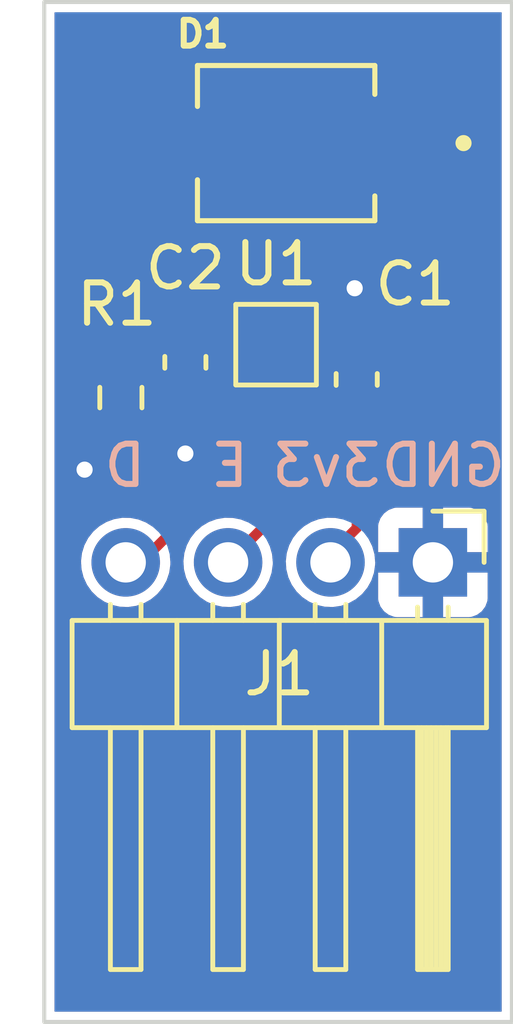
<source format=kicad_pcb>
(kicad_pcb (version 20211014) (generator pcbnew)
  (layers (0 "F.Cu" signal) (31 "B.Cu" signal) (34 "B.Paste" user) (35 "F.Paste" user) (36 "B.SilkS" user "B.Silkscreen") (37 "F.SilkS" user "F.Silkscreen") (38 "B.Mask" user) (39 "F.Mask" user) (44 "Edge.Cuts" user))
  (net 0 "")
  (net 1 "+3V3")
  (net 2 "Net-(C2-Pad1)")
  (net 3 "Net-(D1-PadA)")
  (net 4 "Net-(D1-PadC)")
  (net 5 "Net-(R1-Pad2)")
  (net 6 "AVSS1")
  (net 7 "Net-(J1-Pad3)")
  (net 8 "Net-(J1-Pad4)")
  (footprint "Library:TS4231 WLCSP9" (layer "F.Cu") (at 94.75 83.5)
    (fp_text reference "U1" (at 0 -2 unlocked) (layer "F.SilkS"))
    (fp_text value "TS4231")
    (fp_line (start -1 -1) (end 1 -1) (layer "F.SilkS") (width 0.12))
    (fp_line (start 1 1) (end -1 1) (layer "F.SilkS") (width 0.12))
    (fp_line (start 1 -1) (end 1 1) (layer "F.SilkS") (width 0.12))
    (fp_line (start -1 1) (end -1 -1) (layer "F.SilkS") (width 0.12))
    (pad "A1" smd circle (at -0.5 -0.5) (size 0.262 0.262) (layers "F.Cu" "F.Paste" "F.Mask") (net 2 "Net-(C2-Pad1)"))
    (pad "A2" smd circle (at 0 -0.5) (size 0.262 0.262) (layers "F.Cu" "F.Paste" "F.Mask") (net 3 "Net-(D1-PadA)"))
    (pad "A3" smd circle (at 0.5 -0.5) (size 0.262 0.262) (layers "F.Cu" "F.Paste" "F.Mask") (net 4 "Net-(D1-PadC)"))
    (pad "B1" smd circle (at -0.5 0) (size 0.262 0.262) (layers "F.Cu" "F.Paste" "F.Mask") (net 5 "Net-(R1-Pad2)"))
    (pad "B2" smd circle (at 0 0) (size 0.262 0.262) (layers "F.Cu" "F.Paste" "F.Mask") (net 6 "AVSS1"))
    (pad "B3" smd circle (at 0.5 0) (size 0.262 0.262) (layers "F.Cu" "F.Paste" "F.Mask") (net 6 "AVSS1"))
    (pad "C1" smd circle (at -0.5 0.5) (size 0.262 0.262) (layers "F.Cu" "F.Paste" "F.Mask") (net 8 "Net-(J1-Pad4)"))
    (pad "C2" smd circle (at 0 0.5) (size 0.262 0.262) (layers "F.Cu" "F.Paste" "F.Mask") (net 7 "Net-(J1-Pad3)"))
    (pad "C3" smd circle (at 0.5 0.5) (size 0.262 0.262) (layers "F.Cu" "F.Paste" "F.Mask") (net 1 "+3V3"))
  )
  (footprint "Library:DIO_BPW_34_S-Z" (layer "F.Cu") (at 95 78.5)
    (fp_text reference "D1" (at -2.068 -2.7064) (layer "F.SilkS") (effects (font (size 0.64 0.64))))
    (fp_text value "BPW_34_S-Z")
    (fp_line (start -2.2 1.925) (end 2.2 1.925) (layer "F.SilkS") (width 0.127))
    (fp_line (start 2.2 -1.925) (end 2.2 -1.21) (layer "F.SilkS") (width 0.127))
    (fp_line (start -2.2 0.91) (end -2.2 1.925) (layer "F.SilkS") (width 0.127))
    (fp_line (start -2.2 -1.925) (end 2.2 -1.925) (layer "F.SilkS") (width 0.127))
    (fp_line (start -2.2 -0.91) (end -2.2 -1.925) (layer "F.SilkS") (width 0.127))
    (fp_line (start 2.2 1.925) (end 2.2 1.31) (layer "F.SilkS") (width 0.127))
    (fp_circle (center 4.4 0) (end 4.5 0) (layer "F.SilkS") (width 0.2) (fill none))
    (pad "A" smd rect (at -3.05 0 90) (size 1.2 1.4) (layers "F.Cu") (net 3 "Net-(D1-PadA)"))
    (pad "C" smd rect (at 3.05 0 90) (size 2 1.4) (layers "F.Cu") (net 4 "Net-(D1-PadC)"))
  )
  (footprint "Resistor_SMD:R_0603_1608Metric_Pad0.98x0.95mm_HandSolder" (layer "F.Cu") (at 90.9 84.8125 90)
    (fp_text reference "R1" (at 2.3125 -0.1 180) (layer "F.SilkS"))
    (fp_text value "15k")
    (fp_line (start -0.254724 0.5225) (end 0.254724 0.5225) (layer "F.SilkS") (width 0.12))
    (fp_line (start -0.254724 -0.5225) (end 0.254724 -0.5225) (layer "F.SilkS") (width 0.12))
    (pad "1" smd roundrect locked (at -0.9125 0 90) (size 0.975 0.95) (layers "F.Cu" "F.Paste" "F.Mask") (net 6 "AVSS1"))
    (pad "2" smd roundrect locked (at 0.9125 0 90) (size 0.975 0.95) (layers "F.Cu" "F.Paste" "F.Mask") (net 5 "Net-(R1-Pad2)"))
  )
  (footprint "Capacitor_SMD:C_0603_1608Metric_Pad1.08x0.95mm_HandSolder" (layer "F.Cu") (at 92.5 83.9375 -90)
    (fp_text reference "C2" (at -2.3375 0 180) (layer "F.SilkS"))
    (fp_text value "1u")
    (fp_line (start -0.146267 -0.51) (end 0.146267 -0.51) (layer "F.SilkS") (width 0.12))
    (fp_line (start -0.146267 0.51) (end 0.146267 0.51) (layer "F.SilkS") (width 0.12))
    (pad "1" smd roundrect locked (at -0.8625 0 270) (size 1.075 0.95) (layers "F.Cu" "F.Paste" "F.Mask") (net 2 "Net-(C2-Pad1)"))
    (pad "2" smd roundrect locked (at 0.8625 0 270) (size 1.075 0.95) (layers "F.Cu" "F.Paste" "F.Mask") (net 6 "AVSS1"))
  )
  (footprint "Capacitor_SMD:C_0603_1608Metric_Pad1.08x0.95mm_HandSolder" (layer "F.Cu") (at 96.75 84.3625 90)
    (fp_text reference "C1" (at 2.3625 1.45 180) (layer "F.SilkS"))
    (fp_text value "100n")
    (fp_line (start -0.146267 -0.51) (end 0.146267 -0.51) (layer "F.SilkS") (width 0.12))
    (fp_line (start -0.146267 0.51) (end 0.146267 0.51) (layer "F.SilkS") (width 0.12))
    (pad "1" smd roundrect locked (at -0.8625 0 90) (size 1.075 0.95) (layers "F.Cu" "F.Paste" "F.Mask") (net 1 "+3V3"))
    (pad "2" smd roundrect locked (at 0.8625 0 90) (size 1.075 0.95) (layers "F.Cu" "F.Paste" "F.Mask") (net 6 "AVSS1"))
  )
  (footprint "Connector_PinHeader_2.54mm:PinHeader_1x04_P2.54mm_Horizontal" (layer "F.Cu") (at 98.64 88.9 -90)
    (fp_text reference "J1" (at 2.77 3.81 180) (layer "F.SilkS"))
    (fp_text value "Conn_01x04_Male")
    (fp_line (start 1.042929 8) (end 1.44 8) (layer "F.SilkS") (width 0.12))
    (fp_line (start 4.1 2.16) (end 10.1 2.16) (layer "F.SilkS") (width 0.12))
    (fp_line (start 4.1 -1.33) (end 1.44 -1.33) (layer "F.SilkS") (width 0.12))
    (fp_line (start 1.11 -0.38) (end 1.44 -0.38) (layer "F.SilkS") (width 0.12))
    (fp_line (start 1.44 8.95) (end 4.1 8.95) (layer "F.SilkS") (width 0.12))
    (fp_line (start 1.042929 2.92) (end 1.44 2.92) (layer "F.SilkS") (width 0.12))
    (fp_line (start 1.44 6.35) (end 4.1 6.35) (layer "F.SilkS") (width 0.12))
    (fp_line (start 10.1 5.46) (end 4.1 5.46) (layer "F.SilkS") (width 0.12))
    (fp_line (start 4.1 0.04) (end 10.1 0.04) (layer "F.SilkS") (width 0.12))
    (fp_line (start 10.1 7.24) (end 10.1 8) (layer "F.SilkS") (width 0.12))
    (fp_line (start 4.1 0.28) (end 10.1 0.28) (layer "F.SilkS") (width 0.12))
    (fp_line (start 10.1 2.92) (end 4.1 2.92) (layer "F.SilkS") (width 0.12))
    (fp_line (start 4.1 -0.08) (end 10.1 -0.08) (layer "F.SilkS") (width 0.12))
    (fp_line (start 4.1 4.7) (end 10.1 4.7) (layer "F.SilkS") (width 0.12))
    (fp_line (start 1.042929 5.46) (end 1.44 5.46) (layer "F.SilkS") (width 0.12))
    (fp_line (start 1.042929 4.7) (end 1.44 4.7) (layer "F.SilkS") (width 0.12))
    (fp_line (start 1.042929 2.16) (end 1.44 2.16) (layer "F.SilkS") (width 0.12))
    (fp_line (start 10.1 8) (end 4.1 8) (layer "F.SilkS") (width 0.12))
    (fp_line (start 10.1 2.16) (end 10.1 2.92) (layer "F.SilkS") (width 0.12))
    (fp_line (start 4.1 7.24) (end 10.1 7.24) (layer "F.SilkS") (width 0.12))
    (fp_line (start 1.042929 7.24) (end 1.44 7.24) (layer "F.SilkS") (width 0.12))
    (fp_line (start -1.27 -1.27) (end 0 -1.27) (layer "F.SilkS") (width 0.12))
    (fp_line (start 1.44 3.81) (end 4.1 3.81) (layer "F.SilkS") (width 0.12))
    (fp_line (start 10.1 4.7) (end 10.1 5.46) (layer "F.SilkS") (width 0.12))
    (fp_line (start 1.44 -1.33) (end 1.44 8.95) (layer "F.SilkS") (width 0.12))
    (fp_line (start -1.27 0) (end -1.27 -1.27) (layer "F.SilkS") (width 0.12))
    (fp_line (start 4.1 -0.2) (end 10.1 -0.2) (layer "F.SilkS") (width 0.12))
    (fp_line (start 4.1 8.95) (end 4.1 -1.33) (layer "F.SilkS") (width 0.12))
    (fp_line (start 10.1 0.38) (end 4.1 0.38) (layer "F.SilkS") (width 0.12))
    (fp_line (start 4.1 0.16) (end 10.1 0.16) (layer "F.SilkS") (width 0.12))
    (fp_line (start 4.1 -0.38) (end 10.1 -0.38) (layer "F.SilkS") (width 0.12))
    (fp_line (start 4.1 -0.32) (end 10.1 -0.32) (layer "F.SilkS") (width 0.12))
    (fp_line (start 10.1 -0.38) (end 10.1 0.38) (layer "F.SilkS") (width 0.12))
    (fp_line (start 1.44 1.27) (end 4.1 1.27) (layer "F.SilkS") (width 0.12))
    (fp_line (start 1.11 0.38) (end 1.44 0.38) (layer "F.SilkS") (width 0.12))
    (pad "1" thru_hole rect locked (at 0 0 270) (size 1.7 1.7) (drill 1) (layers *.Cu *.Mask) (net 6 "AVSS1"))
    (pad "2" thru_hole oval locked (at 0 2.54 270) (size 1.7 1.7) (drill 1) (layers *.Cu *.Mask) (net 1 "+3V3"))
    (pad "3" thru_hole oval locked (at 0 5.08 270) (size 1.7 1.7) (drill 1) (layers *.Cu *.Mask) (net 7 "Net-(J1-Pad3)"))
    (pad "4" thru_hole oval locked (at 0 7.62 270) (size 1.7 1.7) (drill 1) (layers *.Cu *.Mask) (net 8 "Net-(J1-Pad4)"))
  )
  (gr_rect (start 89 100.3) (end 100.6 75) (layer "Edge.Cuts") (width 0.1) (fill none))
  (gr_text "D" (at 91 86.5) (layer "B.SilkS") (effects (font (size 1 1)) (justify mirror)))
  (gr_text "GND" (at 98.9 86.5) (layer "B.SilkS") (effects (font (size 1 1)) (justify mirror)))
  (gr_text "3v3" (at 96 86.5) (layer "B.SilkS") (effects (font (size 1 1)) (justify mirror)))
  (gr_text "E" (at 93.6 86.5) (layer "B.SilkS") (effects (font (size 1 1)) (justify mirror)))
  (segment (start 95.925 85.225) (end 96.75 85.225) (width 0.25) (layer "F.Cu") (net 1))
  (segment (start 95.25 84) (end 95.25 84.55) (width 0.25) (layer "F.Cu") (net 1))
  (segment (start 95.25 84.55) (end 95.925 85.225) (width 0.25) (layer "F.Cu") (net 1))
  (segment (start 96.1 88.7) (end 96.1 88.9) (width 0.25) (layer "F.Cu") (net 1))
  (segment (start 96.75 88.05) (end 96.1 88.7) (width 0.25) (layer "F.Cu") (net 1))
  (segment (start 96.75 85.225) (end 96.75 88.05) (width 0.25) (layer "F.Cu") (net 1))
  (segment (start 94.25 83) (end 92.5 83) (width 0.25) (layer "F.Cu") (net 2))
  (segment (start 94.75 83) (end 94.75 82.25) (width 0.25) (layer "F.Cu") (net 3))
  (segment (start 94.75 82.25) (end 91.95 79.45) (width 0.25) (layer "F.Cu") (net 3))
  (segment (start 91.95 79.45) (end 91.95 78.5) (width 0.25) (layer "F.Cu") (net 3))
  (segment (start 95.25 81.3) (end 98.05 78.5) (width 0.25) (layer "F.Cu") (net 4))
  (segment (start 95.25 83) (end 95.25 81.3) (width 0.25) (layer "F.Cu") (net 4))
  (segment (start 93.08798 83.91202) (end 90.91202 83.91202) (width 0.2) (layer "F.Cu") (net 5))
  (segment (start 93.5 83.5) (end 93.08798 83.91202) (width 0.2) (layer "F.Cu") (net 5))
  (segment (start 90.91202 83.91202) (end 90.9 83.9) (width 0.2) (layer "F.Cu") (net 5))
  (segment (start 94.25 83.5) (end 93.5 83.5) (width 0.2) (layer "F.Cu") (net 5))
  (segment (start 94.75 83.5) (end 95.25 83.5) (width 0.25) (layer "F.Cu") (net 6))
  (segment (start 92.5 86.2) (end 92.5 84.8) (width 0.2) (layer "F.Cu") (net 6))
  (segment (start 95.25 83.5) (end 96.75 83.5) (width 0.25) (layer "F.Cu") (net 6))
  (via (at 96.7 82.1) (size 0.8) (drill 0.4) (layers "F.Cu" "B.Cu") (net 6))
  (via (at 90 86.6) (size 0.8) (drill 0.4) (layers "F.Cu" "B.Cu") (net 6))
  (via (at 92.5 86.2) (size 0.8) (drill 0.4) (layers "F.Cu" "B.Cu") (net 6))
  (segment (start 94.75 87.71) (end 93.56 88.9) (width 0.25) (layer "F.Cu") (net 7))
  (segment (start 94.75 84) (end 94.75 87.71) (width 0.25) (layer "F.Cu") (net 7))
  (segment (start 94.25 84) (end 94.25 86.05) (width 0.25) (layer "F.Cu") (net 8))
  (segment (start 94.25 86.05) (end 91.4 88.9) (width 0.25) (layer "F.Cu") (net 8))
  (segment (start 91.4 88.9) (end 91.02 88.9) (width 0.25) (layer "F.Cu") (net 8))
  (zone (net 6) (net_name "AVSS1") (layers F&B.Cu) (connect_pads (clearance 0.254)) (min_thickness 0.0254) (fill yes (thermal_gap 0.508) (thermal_bridge_width 0.508))
    (polygon (pts (xy 100.5 100.2) (xy 89.1 100.2) (xy 89.1 75.1) (xy 100.5 75.1)))
  )
)
</source>
